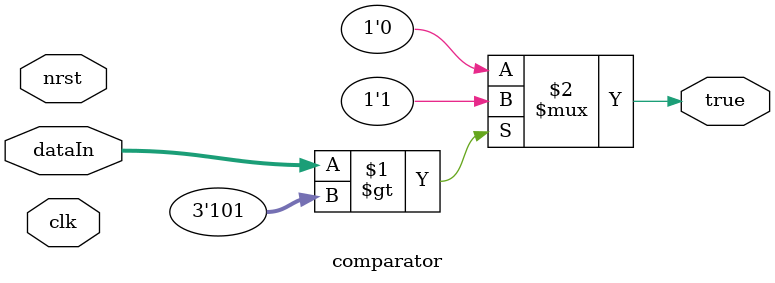
<source format=sv>

module comparator(
input wire clk,
input wire nrst,
input reg [7:0] dataIn,
output wire true
);

assign true = (dataIn > 3'b101) ? 1'b1 : 1'b0;


endmodule

</source>
